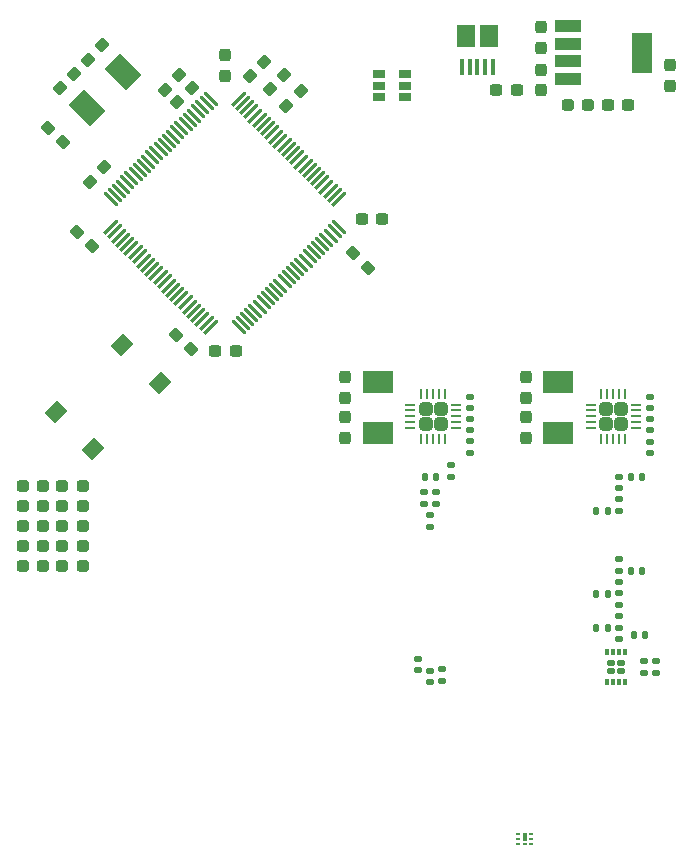
<source format=gbr>
%TF.GenerationSoftware,KiCad,Pcbnew,(6.0.1)*%
%TF.CreationDate,2022-01-25T11:54:46-06:00*%
%TF.ProjectId,Telemetry_KiCAD_Project,54656c65-6d65-4747-9279-5f4b69434144,rev?*%
%TF.SameCoordinates,Original*%
%TF.FileFunction,Paste,Top*%
%TF.FilePolarity,Positive*%
%FSLAX46Y46*%
G04 Gerber Fmt 4.6, Leading zero omitted, Abs format (unit mm)*
G04 Created by KiCad (PCBNEW (6.0.1)) date 2022-01-25 11:54:46*
%MOMM*%
%LPD*%
G01*
G04 APERTURE LIST*
G04 Aperture macros list*
%AMRoundRect*
0 Rectangle with rounded corners*
0 $1 Rounding radius*
0 $2 $3 $4 $5 $6 $7 $8 $9 X,Y pos of 4 corners*
0 Add a 4 corners polygon primitive as box body*
4,1,4,$2,$3,$4,$5,$6,$7,$8,$9,$2,$3,0*
0 Add four circle primitives for the rounded corners*
1,1,$1+$1,$2,$3*
1,1,$1+$1,$4,$5*
1,1,$1+$1,$6,$7*
1,1,$1+$1,$8,$9*
0 Add four rect primitives between the rounded corners*
20,1,$1+$1,$2,$3,$4,$5,0*
20,1,$1+$1,$4,$5,$6,$7,0*
20,1,$1+$1,$6,$7,$8,$9,0*
20,1,$1+$1,$8,$9,$2,$3,0*%
%AMRotRect*
0 Rectangle, with rotation*
0 The origin of the aperture is its center*
0 $1 length*
0 $2 width*
0 $3 Rotation angle, in degrees counterclockwise*
0 Add horizontal line*
21,1,$1,$2,0,0,$3*%
G04 Aperture macros list end*
%ADD10RoundRect,0.237500X-0.044194X-0.380070X0.380070X0.044194X0.044194X0.380070X-0.380070X-0.044194X0*%
%ADD11RoundRect,0.237500X-0.380070X0.044194X0.044194X-0.380070X0.380070X-0.044194X-0.044194X0.380070X0*%
%ADD12RoundRect,0.237500X0.300000X0.237500X-0.300000X0.237500X-0.300000X-0.237500X0.300000X-0.237500X0*%
%ADD13RoundRect,0.237500X0.380070X-0.044194X-0.044194X0.380070X-0.380070X0.044194X0.044194X-0.380070X0*%
%ADD14RoundRect,0.237500X-0.035355X-0.371231X0.371231X0.035355X0.035355X0.371231X-0.371231X-0.035355X0*%
%ADD15RoundRect,0.075000X-0.565685X0.459619X0.459619X-0.565685X0.565685X-0.459619X-0.459619X0.565685X0*%
%ADD16RoundRect,0.075000X-0.565685X-0.459619X-0.459619X-0.565685X0.565685X0.459619X0.459619X0.565685X0*%
%ADD17R,0.340000X0.230000*%
%ADD18R,0.310000X0.695000*%
%ADD19R,0.340000X0.190000*%
%ADD20R,0.310000X0.230000*%
%ADD21RoundRect,0.237500X0.237500X-0.300000X0.237500X0.300000X-0.237500X0.300000X-0.237500X-0.300000X0*%
%ADD22RoundRect,0.237500X-0.300000X-0.237500X0.300000X-0.237500X0.300000X0.237500X-0.300000X0.237500X0*%
%ADD23R,1.060000X0.650000*%
%ADD24RoundRect,0.237500X-0.237500X0.300000X-0.237500X-0.300000X0.237500X-0.300000X0.237500X0.300000X0*%
%ADD25RoundRect,0.140000X-0.170000X0.140000X-0.170000X-0.140000X0.170000X-0.140000X0.170000X0.140000X0*%
%ADD26RoundRect,0.140000X-0.140000X-0.170000X0.140000X-0.170000X0.140000X0.170000X-0.140000X0.170000X0*%
%ADD27RoundRect,0.237500X-0.237500X0.287500X-0.237500X-0.287500X0.237500X-0.287500X0.237500X0.287500X0*%
%ADD28RoundRect,0.250000X0.315000X-0.315000X0.315000X0.315000X-0.315000X0.315000X-0.315000X-0.315000X0*%
%ADD29RoundRect,0.062500X0.062500X-0.362500X0.062500X0.362500X-0.062500X0.362500X-0.062500X-0.362500X0*%
%ADD30RoundRect,0.062500X0.362500X-0.062500X0.362500X0.062500X-0.362500X0.062500X-0.362500X-0.062500X0*%
%ADD31RoundRect,0.147500X-0.147500X-0.172500X0.147500X-0.172500X0.147500X0.172500X-0.147500X0.172500X0*%
%ADD32R,2.600000X1.900000*%
%ADD33RoundRect,0.237500X0.237500X-0.287500X0.237500X0.287500X-0.237500X0.287500X-0.237500X-0.287500X0*%
%ADD34RoundRect,0.237500X0.287500X0.237500X-0.287500X0.237500X-0.287500X-0.237500X0.287500X-0.237500X0*%
%ADD35RoundRect,0.147500X-0.172500X0.147500X-0.172500X-0.147500X0.172500X-0.147500X0.172500X0.147500X0*%
%ADD36R,0.400000X1.350000*%
%ADD37R,1.500000X1.900000*%
%ADD38RoundRect,0.140000X0.140000X0.170000X-0.140000X0.170000X-0.140000X-0.170000X0.140000X-0.170000X0*%
%ADD39RoundRect,0.135000X0.185000X-0.135000X0.185000X0.135000X-0.185000X0.135000X-0.185000X-0.135000X0*%
%ADD40RoundRect,0.145000X-0.205000X0.145000X-0.205000X-0.145000X0.205000X-0.145000X0.205000X0.145000X0*%
%ADD41RoundRect,0.087500X-0.087500X0.200000X-0.087500X-0.200000X0.087500X-0.200000X0.087500X0.200000X0*%
%ADD42RoundRect,0.140000X0.170000X-0.140000X0.170000X0.140000X-0.170000X0.140000X-0.170000X-0.140000X0*%
%ADD43RoundRect,0.147500X0.147500X0.172500X-0.147500X0.172500X-0.147500X-0.172500X0.147500X-0.172500X0*%
%ADD44RoundRect,0.147500X0.172500X-0.147500X0.172500X0.147500X-0.172500X0.147500X-0.172500X-0.147500X0*%
%ADD45RotRect,1.900000X2.600000X225.000000*%
%ADD46RoundRect,0.237500X0.044194X0.380070X-0.380070X-0.044194X-0.044194X-0.380070X0.380070X0.044194X0*%
%ADD47RotRect,1.550000X1.300000X45.000000*%
%ADD48R,2.200000X1.000000*%
%ADD49R,1.800000X3.400000*%
G04 APERTURE END LIST*
D10*
%TO.C,C25*%
X102525000Y-61425000D03*
X103744760Y-60205240D03*
%TD*%
%TO.C,C27*%
X118600000Y-60400000D03*
X119819760Y-59180240D03*
%TD*%
D11*
%TO.C,C28*%
X127400000Y-75400000D03*
X128619760Y-76619760D03*
%TD*%
D12*
%TO.C,C30*%
X117425000Y-83700000D03*
X115700000Y-83700000D03*
%TD*%
D11*
%TO.C,C31*%
X112400000Y-82300000D03*
X113619760Y-83519760D03*
%TD*%
D13*
%TO.C,C32*%
X105244195Y-74802773D03*
X104024435Y-73583013D03*
%TD*%
D10*
%TO.C,C35*%
X112478909Y-62622157D03*
X113698669Y-61402397D03*
%TD*%
D14*
%TO.C,R4*%
X121700000Y-62900000D03*
X122937436Y-61662564D03*
%TD*%
%TO.C,R5*%
X120300000Y-61500000D03*
X121537436Y-60262564D03*
%TD*%
D15*
%TO.C,U7*%
X115315596Y-62330315D03*
X114962043Y-62683868D03*
X114608489Y-63037422D03*
X114254936Y-63390975D03*
X113901383Y-63744528D03*
X113547829Y-64098082D03*
X113194276Y-64451635D03*
X112840722Y-64805189D03*
X112487169Y-65158742D03*
X112133616Y-65512295D03*
X111780062Y-65865849D03*
X111426509Y-66219402D03*
X111072955Y-66572955D03*
X110719402Y-66926509D03*
X110365849Y-67280062D03*
X110012295Y-67633616D03*
X109658742Y-67987169D03*
X109305189Y-68340722D03*
X108951635Y-68694276D03*
X108598082Y-69047829D03*
X108244528Y-69401383D03*
X107890975Y-69754936D03*
X107537422Y-70108489D03*
X107183868Y-70462043D03*
X106830315Y-70815596D03*
D16*
X106830315Y-73184404D03*
X107183868Y-73537957D03*
X107537422Y-73891511D03*
X107890975Y-74245064D03*
X108244528Y-74598617D03*
X108598082Y-74952171D03*
X108951635Y-75305724D03*
X109305189Y-75659278D03*
X109658742Y-76012831D03*
X110012295Y-76366384D03*
X110365849Y-76719938D03*
X110719402Y-77073491D03*
X111072955Y-77427045D03*
X111426509Y-77780598D03*
X111780062Y-78134151D03*
X112133616Y-78487705D03*
X112487169Y-78841258D03*
X112840722Y-79194811D03*
X113194276Y-79548365D03*
X113547829Y-79901918D03*
X113901383Y-80255472D03*
X114254936Y-80609025D03*
X114608489Y-80962578D03*
X114962043Y-81316132D03*
X115315596Y-81669685D03*
D15*
X117684404Y-81669685D03*
X118037957Y-81316132D03*
X118391511Y-80962578D03*
X118745064Y-80609025D03*
X119098617Y-80255472D03*
X119452171Y-79901918D03*
X119805724Y-79548365D03*
X120159278Y-79194811D03*
X120512831Y-78841258D03*
X120866384Y-78487705D03*
X121219938Y-78134151D03*
X121573491Y-77780598D03*
X121927045Y-77427045D03*
X122280598Y-77073491D03*
X122634151Y-76719938D03*
X122987705Y-76366384D03*
X123341258Y-76012831D03*
X123694811Y-75659278D03*
X124048365Y-75305724D03*
X124401918Y-74952171D03*
X124755472Y-74598617D03*
X125109025Y-74245064D03*
X125462578Y-73891511D03*
X125816132Y-73537957D03*
X126169685Y-73184404D03*
D16*
X126169685Y-70815596D03*
X125816132Y-70462043D03*
X125462578Y-70108489D03*
X125109025Y-69754936D03*
X124755472Y-69401383D03*
X124401918Y-69047829D03*
X124048365Y-68694276D03*
X123694811Y-68340722D03*
X123341258Y-67987169D03*
X122987705Y-67633616D03*
X122634151Y-67280062D03*
X122280598Y-66926509D03*
X121927045Y-66572955D03*
X121573491Y-66219402D03*
X121219938Y-65865849D03*
X120866384Y-65512295D03*
X120512831Y-65158742D03*
X120159278Y-64805189D03*
X119805724Y-64451635D03*
X119452171Y-64098082D03*
X119098617Y-63744528D03*
X118745064Y-63390975D03*
X118391511Y-63037422D03*
X118037957Y-62683868D03*
X117684404Y-62330315D03*
%TD*%
D17*
%TO.C,U3*%
X141340000Y-124590000D03*
D18*
X141895000Y-124822500D03*
D17*
X142450000Y-124590000D03*
D19*
X142450000Y-125000000D03*
D17*
X142450000Y-125410000D03*
D20*
X141895000Y-125410000D03*
D17*
X141340000Y-125410000D03*
D19*
X141340000Y-125000000D03*
%TD*%
D10*
%TO.C,C34*%
X111420000Y-61560000D03*
X112639760Y-60340240D03*
%TD*%
D21*
%TO.C,C26*%
X116500000Y-60362500D03*
X116500000Y-58637500D03*
%TD*%
D22*
%TO.C,C29*%
X128100001Y-72500000D03*
X129825001Y-72500000D03*
%TD*%
D23*
%TO.C,U5*%
X129600000Y-60250000D03*
X129600000Y-61200000D03*
X129600000Y-62150000D03*
X131800000Y-62150000D03*
X131800000Y-61200000D03*
X131800000Y-60250000D03*
%TD*%
D24*
%TO.C,C2*%
X126720000Y-89270001D03*
X126720000Y-90995001D03*
%TD*%
D25*
%TO.C,C3*%
X137300000Y-89440000D03*
X137300000Y-90400000D03*
%TD*%
D26*
%TO.C,C12*%
X151130000Y-107740000D03*
X152090000Y-107740000D03*
%TD*%
D21*
%TO.C,C13*%
X143250000Y-58000000D03*
X143250000Y-56275000D03*
%TD*%
D25*
%TO.C,C15*%
X152540000Y-87540000D03*
X152540000Y-88500000D03*
%TD*%
%TO.C,C17*%
X152540000Y-89440000D03*
X152540000Y-90400000D03*
%TD*%
D27*
%TO.C,D1*%
X143250000Y-59850000D03*
X143250000Y-61600000D03*
%TD*%
D28*
%TO.C,U1*%
X134800000Y-88550000D03*
X133500000Y-89850000D03*
X134800000Y-89850000D03*
X133500000Y-88550000D03*
D29*
X133150000Y-91125000D03*
X133650000Y-91125000D03*
X134150000Y-91125000D03*
X134650000Y-91125000D03*
X135150000Y-91125000D03*
D30*
X136075000Y-90200000D03*
X136075000Y-89700000D03*
X136075000Y-89200000D03*
X136075000Y-88700000D03*
X136075000Y-88200000D03*
D29*
X135150000Y-87275000D03*
X134650000Y-87275000D03*
X134150000Y-87275000D03*
X133650000Y-87275000D03*
X133150000Y-87275000D03*
D30*
X132225000Y-88200000D03*
X132225000Y-88700000D03*
X132225000Y-89200000D03*
X132225000Y-89700000D03*
X132225000Y-90200000D03*
%TD*%
D31*
%TO.C,L1*%
X133437500Y-94350000D03*
X134407500Y-94350000D03*
%TD*%
D25*
%TO.C,C7*%
X133400000Y-95640000D03*
X133400000Y-96600000D03*
%TD*%
%TO.C,C8*%
X133900000Y-97590000D03*
X133900000Y-98550000D03*
%TD*%
%TO.C,C6*%
X135700000Y-93340000D03*
X135700000Y-94300000D03*
%TD*%
D32*
%TO.C,Y1*%
X129490000Y-90595000D03*
X129490000Y-86295000D03*
%TD*%
D12*
%TO.C,FB1*%
X141225000Y-61600000D03*
X139500000Y-61600000D03*
%TD*%
D33*
%TO.C,R2*%
X154200000Y-61200000D03*
X154200000Y-59450000D03*
%TD*%
D34*
%TO.C,R3*%
X147300000Y-62800000D03*
X145550000Y-62800000D03*
%TD*%
D35*
%TO.C,L2*%
X134420000Y-95635000D03*
X134420000Y-96605000D03*
%TD*%
D36*
%TO.C,J4*%
X139200000Y-59662500D03*
X138550000Y-59662500D03*
X137900000Y-59662500D03*
X137250000Y-59662500D03*
X136600000Y-59662500D03*
D37*
X136900000Y-56962500D03*
X138900000Y-56962500D03*
%TD*%
D21*
%TO.C,C18*%
X141970000Y-87620000D03*
X141970000Y-85895000D03*
%TD*%
%TO.C,C4*%
X126719999Y-87620000D03*
X126719999Y-85895000D03*
%TD*%
D26*
%TO.C,C11*%
X147960000Y-107120000D03*
X148920000Y-107120000D03*
%TD*%
D35*
%TO.C,L9*%
X149900000Y-101317501D03*
X149900000Y-102287501D03*
%TD*%
%TO.C,L4*%
X149900000Y-107110000D03*
X149900000Y-108080000D03*
%TD*%
D26*
%TO.C,C21*%
X150880000Y-102300000D03*
X151840000Y-102300000D03*
%TD*%
D35*
%TO.C,L11*%
X149900000Y-105170000D03*
X149900000Y-106140000D03*
%TD*%
D38*
%TO.C,C22*%
X148920000Y-104220000D03*
X147960000Y-104220000D03*
%TD*%
D39*
%TO.C,R1*%
X151980000Y-110910000D03*
X151980000Y-109890000D03*
%TD*%
D40*
%TO.C,U2*%
X149215000Y-110785000D03*
X150085000Y-110055000D03*
X150085000Y-110785000D03*
X149215000Y-110055000D03*
D41*
X150400000Y-109132500D03*
X149900000Y-109132500D03*
X149400000Y-109132500D03*
X148900000Y-109132500D03*
X148900000Y-111707500D03*
X149400000Y-111707500D03*
X149900000Y-111707500D03*
X150400000Y-111707500D03*
%TD*%
D42*
%TO.C,C9*%
X132890000Y-110710000D03*
X132890000Y-109750000D03*
%TD*%
D35*
%TO.C,L3*%
X133900000Y-110730000D03*
X133900000Y-111700000D03*
%TD*%
D42*
%TO.C,C10*%
X134910000Y-111570000D03*
X134910000Y-110610000D03*
%TD*%
D43*
%TO.C,L8*%
X148910000Y-97220000D03*
X147940000Y-97220000D03*
%TD*%
D31*
%TO.C,L6*%
X150880000Y-94350000D03*
X151850000Y-94350000D03*
%TD*%
D25*
%TO.C,C20*%
X149900000Y-94307500D03*
X149900000Y-95267500D03*
%TD*%
D35*
%TO.C,L7*%
X149900000Y-96220000D03*
X149900000Y-97190000D03*
%TD*%
D32*
%TO.C,Y2*%
X144740000Y-90595000D03*
X144740000Y-86295000D03*
%TD*%
D28*
%TO.C,U6*%
X150050000Y-89850000D03*
X148750000Y-89850000D03*
X150050000Y-88550000D03*
X148750000Y-88550000D03*
D29*
X148400000Y-91125000D03*
X148900000Y-91125000D03*
X149400000Y-91125000D03*
X149900000Y-91125000D03*
X150400000Y-91125000D03*
D30*
X151325000Y-90200000D03*
X151325000Y-89700000D03*
X151325000Y-89200000D03*
X151325000Y-88700000D03*
X151325000Y-88200000D03*
D29*
X150400000Y-87275000D03*
X149900000Y-87275000D03*
X149400000Y-87275000D03*
X148900000Y-87275000D03*
X148400000Y-87275000D03*
D30*
X147475000Y-88200000D03*
X147475000Y-88700000D03*
X147475000Y-89200000D03*
X147475000Y-89700000D03*
X147475000Y-90200000D03*
%TD*%
D24*
%TO.C,C16*%
X141970000Y-89280000D03*
X141970000Y-91005000D03*
%TD*%
D34*
%TO.C,D4*%
X101145000Y-98500000D03*
X99395000Y-98500000D03*
%TD*%
%TO.C,D6*%
X101150000Y-101900000D03*
X99400000Y-101900000D03*
%TD*%
%TO.C,R6*%
X104495000Y-101900000D03*
X102745000Y-101900000D03*
%TD*%
%TO.C,R8*%
X104495000Y-98500000D03*
X102745000Y-98500000D03*
%TD*%
%TO.C,R10*%
X104495000Y-95100000D03*
X102745000Y-95100000D03*
%TD*%
%TO.C,D3*%
X101145000Y-96800000D03*
X99395000Y-96800000D03*
%TD*%
%TO.C,R7*%
X104495000Y-100200000D03*
X102745000Y-100200000D03*
%TD*%
%TO.C,R9*%
X104495000Y-96800000D03*
X102745000Y-96800000D03*
%TD*%
%TO.C,D5*%
X101145000Y-100200000D03*
X99395000Y-100200000D03*
%TD*%
D44*
%TO.C,L5*%
X153030000Y-110900000D03*
X153030000Y-109930000D03*
%TD*%
D25*
%TO.C,C1*%
X137300000Y-87540000D03*
X137300000Y-88500000D03*
%TD*%
D45*
%TO.C,Y3*%
X107849354Y-60075646D03*
X104808794Y-63116206D03*
%TD*%
D22*
%TO.C,C14*%
X148950001Y-62800000D03*
X150675001Y-62800000D03*
%TD*%
D46*
%TO.C,C24*%
X106150000Y-57800000D03*
X104930240Y-59019760D03*
%TD*%
D13*
%TO.C,C23*%
X102800000Y-65980000D03*
X101580240Y-64760240D03*
%TD*%
D47*
%TO.C,SW1*%
X107823295Y-83194725D03*
X102194725Y-88823295D03*
X111005275Y-86376705D03*
X105376705Y-92005275D03*
%TD*%
D34*
%TO.C,D2*%
X101145000Y-95100000D03*
X99395000Y-95100000D03*
%TD*%
D46*
%TO.C,C33*%
X106299999Y-68100000D03*
X105080239Y-69319760D03*
%TD*%
D42*
%TO.C,C5*%
X137300000Y-92280000D03*
X137300000Y-91320000D03*
%TD*%
D35*
%TO.C,L10*%
X149900000Y-103230000D03*
X149900000Y-104200000D03*
%TD*%
D42*
%TO.C,C19*%
X152540000Y-92310000D03*
X152540000Y-91350000D03*
%TD*%
D48*
%TO.C,U4*%
X145550000Y-56150000D03*
X145550000Y-57650000D03*
X145550000Y-59150000D03*
X145550000Y-60650000D03*
D49*
X151850000Y-58400000D03*
%TD*%
M02*

</source>
